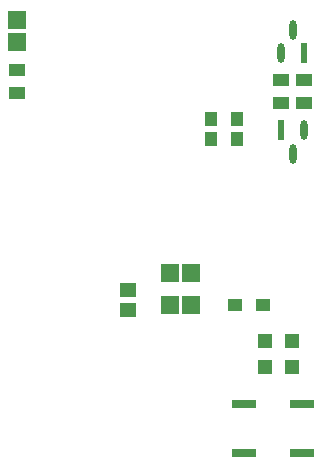
<source format=gbp>
G04*
G04 #@! TF.GenerationSoftware,Altium Limited,Altium Designer,22.3.1 (43)*
G04*
G04 Layer_Color=128*
%FSLAX25Y25*%
%MOIN*%
G70*
G04*
G04 #@! TF.SameCoordinates,2B40A856-6C47-4DC4-A76D-FC4A54A6A395*
G04*
G04*
G04 #@! TF.FilePolarity,Positive*
G04*
G01*
G75*
%ADD20R,0.06127X0.05924*%
%ADD28R,0.05924X0.06127*%
%ADD54R,0.04528X0.04528*%
%ADD55R,0.04528X0.03937*%
%ADD56R,0.04182X0.04553*%
%ADD57R,0.02410X0.06524*%
G04:AMPARAMS|DCode=58|XSize=65.24mil|YSize=24.1mil|CornerRadius=12.05mil|HoleSize=0mil|Usage=FLASHONLY|Rotation=270.000|XOffset=0mil|YOffset=0mil|HoleType=Round|Shape=RoundedRectangle|*
%AMROUNDEDRECTD58*
21,1,0.06524,0.00000,0,0,270.0*
21,1,0.04114,0.02410,0,0,270.0*
1,1,0.02410,0.00000,-0.02057*
1,1,0.02410,0.00000,0.02057*
1,1,0.02410,0.00000,0.02057*
1,1,0.02410,0.00000,-0.02057*
%
%ADD58ROUNDEDRECTD58*%
%ADD59R,0.05709X0.04528*%
%ADD60R,0.05512X0.04134*%
%ADD61R,0.07874X0.03150*%
D20*
X32480Y139373D02*
D03*
Y132280D02*
D03*
D28*
X83461Y44488D02*
D03*
X90554D02*
D03*
X83461Y55118D02*
D03*
X90554D02*
D03*
D54*
X124311Y23622D02*
D03*
X115059D02*
D03*
X124311Y32283D02*
D03*
X115059D02*
D03*
D55*
X105217Y44488D02*
D03*
X114469D02*
D03*
D56*
X97244Y99800D02*
D03*
Y106499D02*
D03*
X105905Y99800D02*
D03*
Y106499D02*
D03*
D57*
X120669Y102758D02*
D03*
X128150Y128344D02*
D03*
D58*
Y102758D02*
D03*
X124409Y94880D02*
D03*
X120669Y128344D02*
D03*
X124409Y136223D02*
D03*
D59*
X69488Y42618D02*
D03*
Y49508D02*
D03*
D60*
X32480Y122638D02*
D03*
Y115157D02*
D03*
X120472Y111811D02*
D03*
Y119291D02*
D03*
X128347D02*
D03*
Y111811D02*
D03*
D61*
X108071Y-4921D02*
D03*
Y11614D02*
D03*
X127559Y-4921D02*
D03*
Y11614D02*
D03*
M02*

</source>
